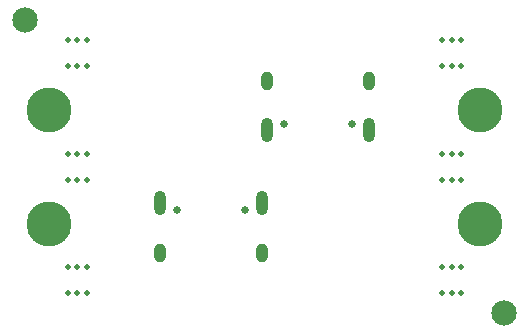
<source format=gbr>
%TF.GenerationSoftware,KiCad,Pcbnew,5.99.0-unknown-43523df843~131~ubuntu21.10.1*%
%TF.CreationDate,2021-08-03T15:32:11+01:00*%
%TF.ProjectId,dboard_panelized,64626f61-7264-45f7-9061-6e656c697a65,rev?*%
%TF.SameCoordinates,Original*%
%TF.FileFunction,Soldermask,Bot*%
%TF.FilePolarity,Negative*%
%FSLAX46Y46*%
G04 Gerber Fmt 4.6, Leading zero omitted, Abs format (unit mm)*
G04 Created by KiCad (PCBNEW 5.99.0-unknown-43523df843~131~ubuntu21.10.1) date 2021-08-03 15:32:11*
%MOMM*%
%LPD*%
G01*
G04 APERTURE LIST*
%ADD10C,3.800000*%
%ADD11C,2.152000*%
%ADD12C,0.500000*%
%ADD13C,0.650000*%
%ADD14O,1.000000X1.600000*%
%ADD15O,1.000000X2.100000*%
G04 APERTURE END LIST*
D10*
%TO.C,H2*%
X61300000Y-29500000D03*
%TD*%
D11*
%TO.C,REF\u002A\u002A*%
X22800000Y-21900000D03*
%TD*%
D10*
%TO.C,H2*%
X24800000Y-39100000D03*
%TD*%
%TO.C,H1*%
X24800000Y-29500000D03*
%TD*%
D11*
%TO.C,REF\u002A\u002A*%
X63300000Y-46700000D03*
%TD*%
D12*
%TO.C,mouse-bite-2.54mm-slot*%
X59699999Y-23600001D03*
X58899999Y-25800001D03*
X59699999Y-25800001D03*
X58899999Y-23600001D03*
X58099999Y-23600001D03*
X58099999Y-25800001D03*
%TD*%
%TO.C,mouse-bite-2.54mm-slot*%
X59699999Y-33200001D03*
X58899999Y-35400001D03*
X58099999Y-33200001D03*
X59699999Y-35400001D03*
X58099999Y-35400001D03*
X58899999Y-33200001D03*
%TD*%
%TO.C,mouse-bite-2.54mm-slot*%
X26399999Y-42800000D03*
X26399999Y-45000000D03*
X27999999Y-45000000D03*
X27999999Y-42800000D03*
X27199999Y-45000000D03*
X27199999Y-42800000D03*
%TD*%
D13*
%TO.C,J2*%
X44710000Y-30690000D03*
X50490000Y-30690000D03*
D14*
X43280000Y-27040000D03*
D15*
X43280000Y-31220000D03*
D14*
X51920000Y-27040000D03*
D15*
X51920000Y-31220000D03*
%TD*%
D10*
%TO.C,H1*%
X61300001Y-39100000D03*
%TD*%
D13*
%TO.C,J2*%
X41390002Y-37910000D03*
X35610002Y-37910000D03*
D15*
X34180002Y-37380000D03*
D14*
X34180002Y-41560000D03*
X42820002Y-41560000D03*
D15*
X42820002Y-37380000D03*
%TD*%
D12*
%TO.C,mouse-bite-2.54mm-slot*%
X58099999Y-44999999D03*
X58099999Y-42799999D03*
X59699999Y-42799999D03*
X59699999Y-44999999D03*
X58899999Y-42799999D03*
X58899999Y-44999999D03*
%TD*%
%TO.C,mouse-bite-2.54mm-slot*%
X27200000Y-33200001D03*
X26400000Y-35400001D03*
X28000000Y-33200001D03*
X26400000Y-33200001D03*
X27200000Y-35400001D03*
X28000000Y-35400001D03*
%TD*%
%TO.C,mouse-bite-2.54mm-slot*%
X26400000Y-25800001D03*
X28000000Y-23600001D03*
X28000000Y-25800001D03*
X27200000Y-25800001D03*
X27200000Y-23600001D03*
X26400000Y-23600001D03*
%TD*%
M02*

</source>
